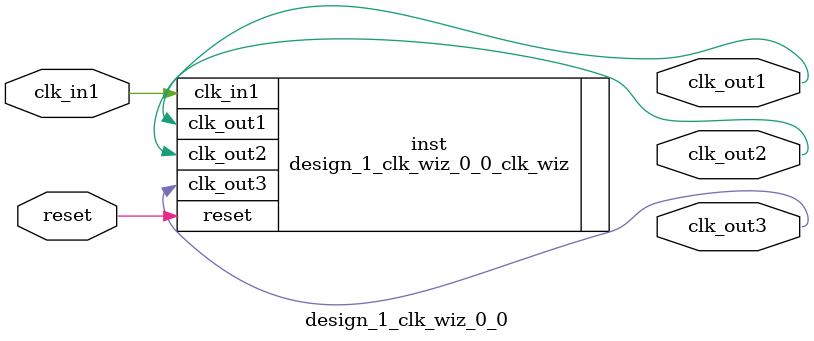
<source format=v>


`timescale 1ps/1ps

(* CORE_GENERATION_INFO = "design_1_clk_wiz_0_0,clk_wiz_v5_4_3_0,{component_name=design_1_clk_wiz_0_0,use_phase_alignment=true,use_min_o_jitter=false,use_max_i_jitter=false,use_dyn_phase_shift=false,use_inclk_switchover=false,use_dyn_reconfig=false,enable_axi=0,feedback_source=FDBK_AUTO,PRIMITIVE=MMCM,num_out_clk=3,clkin1_period=27.778,clkin2_period=10.0,use_power_down=false,use_reset=true,use_locked=false,use_inclk_stopped=false,feedback_type=SINGLE,CLOCK_MGR_TYPE=NA,manual_override=false}" *)

module design_1_clk_wiz_0_0 
 (
  // Clock out ports
  output        clk_out1,
  output        clk_out2,
  output        clk_out3,
  // Status and control signals
  input         reset,
 // Clock in ports
  input         clk_in1
 );

  design_1_clk_wiz_0_0_clk_wiz inst
  (
  // Clock out ports  
  .clk_out1(clk_out1),
  .clk_out2(clk_out2),
  .clk_out3(clk_out3),
  // Status and control signals               
  .reset(reset), 
 // Clock in ports
  .clk_in1(clk_in1)
  );

endmodule

</source>
